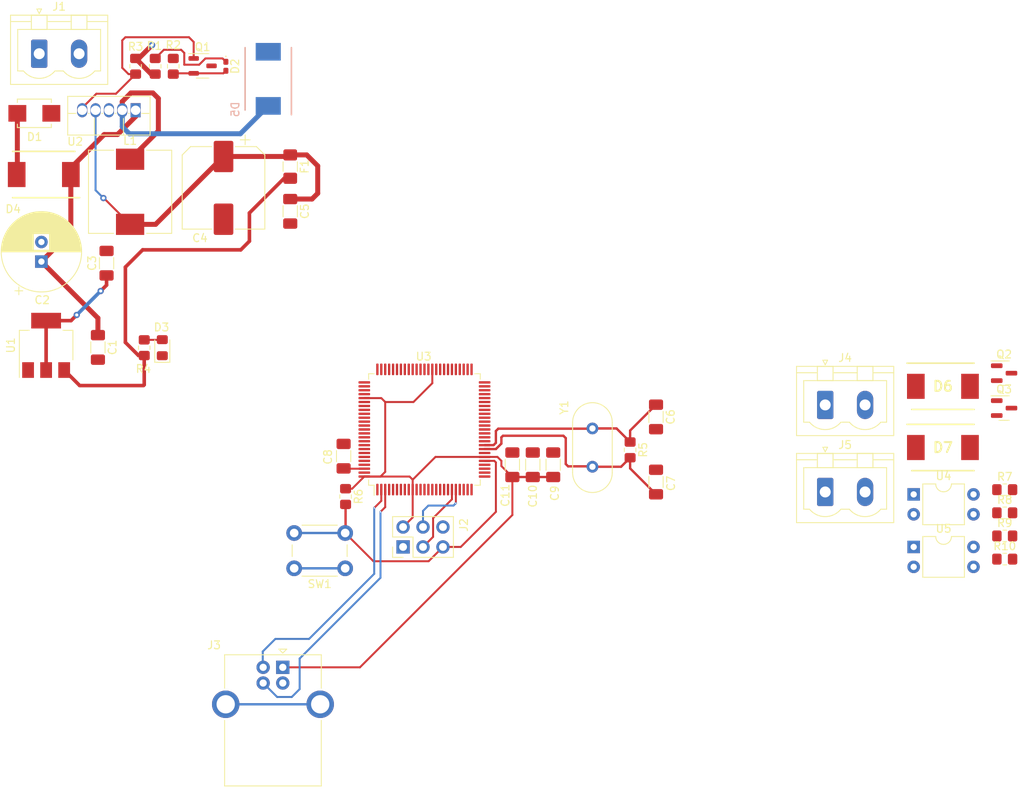
<source format=kicad_pcb>
(kicad_pcb (version 20221018) (generator pcbnew)
  (layers (0 "F.Cu" signal) (31 "B.Cu" signal) (34 "B.Paste" user) (35 "F.Paste" user) (36 "B.SilkS" user "B.Silkscreen") (37 "F.SilkS" user "F.Silkscreen") (38 "B.Mask" user) (39 "F.Mask" user) (44 "Edge.Cuts" user))
  (net 0 "")
  (net 1 "+12V")
  (net 2 "GND")
  (net 3 "+3.3V")
  (net 4 "Net-(U2-FB)")
  (net 5 "Net-(D2-K)")
  (net 6 "Net-(D2-A)")
  (net 7 "Net-(D3-A)")
  (net 8 "+5V")
  (net 9 "ON{slash}OFF")
  (net 10 "Net-(D5-K)")
  (net 11 "Net-(D4-K)")
  (net 12 "Net-(U3-XTAL1)")
  (net 13 "Net-(U3-XTAL2)")
  (net 14 "Net-(U3-AREF)")
  (net 15 "MISO_5V")
  (net 16 "SCK")
  (net 17 "MOSI")
  (net 18 "RST")
  (net 19 "PROG_RX0")
  (net 20 "PROG_TX0")
  (net 21 "unconnected-(J3-Shield-Pad5)")
  (net 37 "MISO")
  (net 63 "+12VA")
  (net 64 "Net-(D6-A)")
  (net 104 "Net-(D7-A)")
  (net 105 "Net-(Q2-B)")
  (net 106 "GND1")
  (net 107 "Net-(Q3-B)")
  (net 108 "/ATMEGA2560/Relay_1")
  (net 109 "Net-(R7-Pad2)")
  (net 110 "Net-(R8-Pad1)")
  (net 111 "/ATMEGA2560/Relay_2")
  (net 112 "Net-(R9-Pad2)")
  (net 113 "Net-(R10-Pad1)")
  (footprint "Capacitor_SMD:C_1206_3216Metric_Pad1.33x1.80mm_HandSolder" (layer "F.Cu") (at 146 97 -90)
    (fp_text reference "C11" (at 3.9 0.9 90) (layer "F.SilkS"))
    (fp_text value "104")
    (pad "1" smd roundrect (at -1.5625 0 270) (size 1.325 1.8) (layers "F.Cu" "F.Paste" "F.Mask") (roundrect_rratio 0.188679) (net 2 "GND"))
    (pad "2" smd roundrect (at 1.5625 0 270) (size 1.325 1.8) (layers "F.Cu" "F.Paste" "F.Mask") (roundrect_rratio 0.188679) (net 8 "+5V"))
  )
  (footprint "Connector_Phoenix_MSTB:PhoenixContact_MSTBVA_2,5_2-G-5,08_1x02_P5.08mm_Vertical" (layer "F.Cu") (at 185.855 100.465)
    (fp_text reference "J5" (at 2.54 -6) (layer "F.SilkS"))
    (fp_text value "Screw")
    (pad "1" thru_hole roundrect (at 0 0) (size 2.08 3.6) (drill 1.4) (layers "*.Cu" "*.Mask") (roundrect_rratio 0.120192) (net 104 "Net-(D7-A)"))
    (pad "2" thru_hole oval (at 5.08 0) (size 2.08 3.6) (drill 1.4) (layers "*.Cu" "*.Mask") (net 63 "+12VA"))
  )
  (footprint "Capacitor_SMD:C_1206_3216Metric_Pad1.33x1.80mm_HandSolder" (layer "F.Cu") (at 124.5 95.9 90)
    (fp_text reference "C8" (at -0.1 -2 90) (layer "F.SilkS"))
    (fp_text value "104")
    (pad "1" smd roundrect (at -1.5625 0 90) (size 1.325 1.8) (layers "F.Cu" "F.Paste" "F.Mask") (roundrect_rratio 0.188679) (net 14 "Net-(U3-AREF)"))
    (pad "2" smd roundrect (at 1.5625 0 90) (size 1.325 1.8) (layers "F.Cu" "F.Paste" "F.Mask") (roundrect_rratio 0.188679) (net 2 "GND"))
  )
  (footprint "Resistor_SMD:R_0805_2012Metric_Pad1.20x1.40mm_HandSolder" (layer "F.Cu") (at 208.725 103.125)
    (fp_text reference "R8" (at 0 -1.65) (layer "F.SilkS"))
    (fp_text value "1k")
    (pad "1" smd roundrect (at -1 0) (size 1.2 1.4) (layers "F.Cu" "F.Paste" "F.Mask") (roundrect_rratio 0.208333) (net 110 "Net-(R8-Pad1)"))
    (pad "2" smd roundrect (at 1 0) (size 1.2 1.4) (layers "F.Cu" "F.Paste" "F.Mask") (roundrect_rratio 0.208333) (net 105 "Net-(Q2-B)"))
  )
  (footprint "Diode_SMD:D_0402_1005Metric_Pad0.77x0.64mm_HandSolder" (layer "F.Cu") (at 109.5 46.2 -90)
    (fp_text reference "D2" (at 0 -1.17 90) (layer "F.SilkS"))
    (fp_text value "7.5V")
    (pad "1" smd roundrect (at -0.5725 0 270) (size 0.765 0.64) (layers "F.Cu" "F.Paste" "F.Mask") (net 5 "Net-(D2-K)"))
    (pad "2" smd roundrect (at 0.5725 0 270) (size 0.765 0.64) (layers "F.Cu" "F.Paste" "F.Mask") (net 6 "Net-(D2-A)"))
  )
  (footprint "Resistor_SMD:R_0805_2012Metric_Pad1.20x1.40mm_HandSolder" (layer "F.Cu") (at 100.5 46.2 90)
    (fp_text reference "R1" (at 2.6 -0.1 180) (layer "F.SilkS"))
    (fp_text value "10k")
    (pad "1" smd roundrect (at -1 0 90) (size 1.2 1.4) (layers "F.Cu" "F.Paste" "F.Mask") (roundrect_rratio 0.208333) (net 1 "+12V"))
    (pad "2" smd roundrect (at 1 0 90) (size 1.2 1.4) (layers "F.Cu" "F.Paste" "F.Mask") (roundrect_rratio 0.208333) (net 5 "Net-(D2-K)"))
  )
  (footprint "Inductor_SMD:L_10.4x10.4_H4.8" (layer "F.Cu") (at 97.3 62.2 -90)
    (fp_text reference "L1" (at -6.5 0) (layer "F.SilkS"))
    (fp_text value "68uH")
    (pad "1" smd rect (at -4.15 0 270) (size 2.7 3.6) (layers "F.Cu" "F.Paste" "F.Mask") (net 10 "Net-(D5-K)"))
    (pad "2" smd rect (at 4.15 0 270) (size 2.7 3.6) (layers "F.Cu" "F.Paste" "F.Mask") (net 4 "Net-(U2-FB)"))
  )
  (footprint "Resistor_SMD:R_0805_2012Metric_Pad1.20x1.40mm_HandSolder" (layer "F.Cu") (at 98 46.2 -90)
    (fp_text reference "R3" (at -2.5 0) (layer "F.SilkS"))
    (fp_text value "47k")
    (pad "1" smd roundrect (at -1 0 270) (size 1.2 1.4) (layers "F.Cu" "F.Paste" "F.Mask") (roundrect_rratio 0.208333) (net 1 "+12V"))
    (pad "2" smd roundrect (at 1 0 270) (size 1.2 1.4) (layers "F.Cu" "F.Paste" "F.Mask") (roundrect_rratio 0.208333) (net 9 "ON{slash}OFF"))
  )
  (footprint "Capacitor_SMD:C_1206_3216Metric_Pad1.33x1.80mm_HandSolder" (layer "F.Cu") (at 164.3 90.9 -90)
    (fp_text reference "C6" (at 0 -1.85 90) (layer "F.SilkS"))
    (fp_text value "22pF")
    (pad "1" smd roundrect (at -1.5625 0 270) (size 1.325 1.8) (layers "F.Cu" "F.Paste" "F.Mask") (roundrect_rratio 0.188679) (net 12 "Net-(U3-XTAL1)"))
    (pad "2" smd roundrect (at 1.5625 0 270) (size 1.325 1.8) (layers "F.Cu" "F.Paste" "F.Mask") (roundrect_rratio 0.188679) (net 2 "GND"))
  )
  (footprint "Package_TO_SOT_SMD:SOT-223-3_TabPin2" (layer "F.Cu") (at 86.6 81.775 90)
    (fp_text reference "U1" (at 0 -4.5 90) (layer "F.SilkS"))
    (fp_text value "AMS1117-3.3")
    (pad "1" smd rect (at -3.15 -2.3 90) (size 2 1.5) (layers "F.Cu" "F.Paste" "F.Mask") (net 2 "GND"))
    (pad "2" smd rect (at -3.15 0 90) (size 2 1.5) (layers "F.Cu" "F.Paste" "F.Mask") (net 3 "+3.3V"))
    (pad "2" smd rect (at 3.15 0 90) (size 2 3.8) (layers "F.Cu" "F.Paste" "F.Mask") (net 3 "+3.3V"))
    (pad "3" smd rect (at -3.15 2.3 90) (size 2 1.5) (layers "F.Cu" "F.Paste" "F.Mask") (net 8 "+5V"))
  )
  (footprint "Capacitor_SMD:C_1206_3216Metric_Pad1.33x1.80mm_HandSolder" (layer "F.Cu") (at 151.2 97 -90)
    (fp_text reference "C9" (at 3.6375 -0.2 90) (layer "F.SilkS"))
    (fp_text value "104")
    (pad "1" smd roundrect (at -1.5625 0 270) (size 1.325 1.8) (layers "F.Cu" "F.Paste" "F.Mask") (roundrect_rratio 0.188679) (net 2 "GND"))
    (pad "2" smd roundrect (at 1.5625 0 270) (size 1.325 1.8) (layers "F.Cu" "F.Paste" "F.Mask") (roundrect_rratio 0.188679) (net 8 "+5V"))
  )
  (footprint "Package_TO_SOT_THT:TO-220F-5_Vertical" (layer "F.Cu") (at 98 51.805 180)
    (fp_text reference "U2" (at 7.7 -3.995) (layer "F.SilkS"))
    (fp_text value "LM2596T-5")
    (pad "1" thru_hole rect (at 0 0 180) (size 1.275 1.8) (drill 1.2) (layers "*.Cu" "*.Mask") (net 11 "Net-(D4-K)"))
    (pad "2" thru_hole oval (at 1.7 0 180) (size 1.275 1.8) (drill 1.2) (layers "*.Cu" "*.Mask") (net 10 "Net-(D5-K)"))
    (pad "3" thru_hole oval (at 3.4 0 180) (size 1.275 1.8) (drill 1.2) (layers "*.Cu" "*.Mask") (net 2 "GND"))
    (pad "4" thru_hole oval (at 5.1 0 180) (size 1.275 1.8) (drill 1.2) (layers "*.Cu" "*.Mask") (net 4 "Net-(U2-FB)"))
    (pad "5" thru_hole oval (at 6.8 0 180) (size 1.275 1.8) (drill 1.2) (layers "*.Cu" "*.Mask") (net 9 "ON{slash}OFF"))
  )
  (footprint "Resistor_SMD:R_0805_2012Metric_Pad1.20x1.40mm_HandSolder" (layer "F.Cu") (at 161 95.1 -90)
    (fp_text reference "R5" (at 0 -1.65 90) (layer "F.SilkS"))
    (fp_text value "10k")
    (pad "1" smd roundrect (at -1 0 270) (size 1.2 1.4) (layers "F.Cu" "F.Paste" "F.Mask") (roundrect_rratio 0.208333) (net 12 "Net-(U3-XTAL1)"))
    (pad "2" smd roundrect (at 1 0 270) (size 1.2 1.4) (layers "F.Cu" "F.Paste" "F.Mask") (roundrect_rratio 0.208333) (net 13 "Net-(U3-XTAL2)"))
  )
  (footprint "Crystal:Crystal_HC49-4H_Vertical" (layer "F.Cu") (at 156.2 97.25 90)
    (fp_text reference "Y1" (at 7.55 -3.6 90) (layer "F.SilkS"))
    (fp_text value "16MHz")
    (pad "1" thru_hole circle (at 0 0 90) (size 1.5 1.5) (drill 0.8) (layers "*.Cu" "*.Mask") (net 13 "Net-(U3-XTAL2)"))
    (pad "2" thru_hole circle (at 4.88 0 90) (size 1.5 1.5) (drill 0.8) (layers "*.Cu" "*.Mask") (net 12 "Net-(U3-XTAL1)"))
  )
  (footprint "LED_SMD:LED_0805_2012Metric_Pad1.15x1.40mm_HandSolder" (layer "F.Cu") (at 101.4 82.075 90)
    (fp_text reference "D3" (at 2.6 -0.1 180) (layer "F.SilkS"))
    (fp_text value "LED")
    (pad "1" smd roundrect (at -1.025 0 90) (size 1.15 1.4) (layers "F.Cu" "F.Paste" "F.Mask") (roundrect_rratio 0.217391) (net 2 "GND"))
    (pad "2" smd roundrect (at 1.025 0 90) (size 1.15 1.4) (layers "F.Cu" "F.Paste" "F.Mask") (roundrect_rratio 0.217391) (net 7 "Net-(D3-A)"))
  )
  (footprint "Button_Switch_THT:SW_PUSH_6mm" (layer "F.Cu") (at 124.7 110.2 180)
    (fp_text reference "SW1" (at 3.25 -2) (layer "F.SilkS"))
    (fp_text value "~")
    (pad "1" thru_hole circle (at 0 0 270) (size 2 2) (drill 1.1) (layers "*.Cu" "*.Mask") (net 2 "GND"))
    (pad "1" thru_hole circle (at 6.5 0 270) (size 2 2) (drill 1.1) (layers "*.Cu" "*.Mask") (net 2 "GND"))
    (pad "2" thru_hole circle (at 0 4.5 270) (size 2 2) (drill 1.1) (layers "*.Cu" "*.Mask") (net 18 "RST"))
    (pad "2" thru_hole circle (at 6.5 4.5 270) (size 2 2) (drill 1.1) (layers "*.Cu" "*.Mask") (net 18 "RST"))
  )
  (footprint "Capacitor_SMD:C_1206_3216Metric_Pad1.33x1.80mm_HandSolder" (layer "F.Cu") (at 148.6 97 -90)
    (fp_text reference "C10" (at 4 0 90) (layer "F.SilkS"))
    (fp_text value "104")
    (pad "1" smd roundrect (at -1.5625 0 270) (size 1.325 1.8) (layers "F.Cu" "F.Paste" "F.Mask") (roundrect_rratio 0.188679) (net 2 "GND"))
    (pad "2" smd roundrect (at 1.5625 0 270) (size 1.325 1.8) (layers "F.Cu" "F.Paste" "F.Mask") (roundrect_rratio 0.188679) (net 8 "+5V"))
  )
  (footprint "Resistor_SMD:R_0805_2012Metric_Pad1.20x1.40mm_HandSolder" (layer "F.Cu") (at 99.1 82.075 90)
    (fp_text reference "R4" (at -2.7 -0.1) (layer "F.SilkS"))
    (fp_text value "100ohm")
    (pad "1" smd roundrect (at -1 0 90) (size 1.2 1.4) (layers "F.Cu" "F.Paste" "F.Mask") (roundrect_rratio 0.208333) (net 8 "+5V"))
    (pad "2" smd roundrect (at 1 0 90) (size 1.2 1.4) (layers "F.Cu" "F.Paste" "F.Mask") (roundrect_rratio 0.208333) (net 7 "Net-(D3-A)"))
  )
  (footprint "Resistor_SMD:R_0805_2012Metric_Pad1.20x1.40mm_HandSolder" (layer "F.Cu") (at 102.8 46.2 90)
    (fp_text reference "R2" (at 2.7 0 180) (layer "F.SilkS"))
    (fp_text value "10k")
    (pad "1" smd roundrect (at -1 0 90) (size 1.2 1.4) (layers "F.Cu" "F.Paste" "F.Mask") (roundrect_rratio 0.208333) (net 6 "Net-(D2-A)"))
    (pad "2" smd roundrect (at 1 0 90) (size 1.2 1.4) (layers "F.Cu" "F.Paste" "F.Mask") (roundrect_rratio 0.208333) (net 2 "GND"))
  )
  (footprint "KiCad:DIOM8059X256N" (layer "F.Cu") (at 200.85 87)
    (fp_text reference "D6" (at 0 0) (layer "F.SilkS") (effects (font (size 1.27 1.27) (thickness 0.254))))
    (fp_text value "~" hide)
    (pad "1" smd rect (at -3.45 0) (size 2.25 3.2) (layers "F.Cu" "F.Paste" "F.Mask") (net 63 "+12VA"))
    (pad "2" smd rect (at 3.45 0) (size 2.25 3.2) (layers "F.Cu" "F.Paste" "F.Mask") (net 64 "Net-(D6-A)"))
  )
  (footprint "Fuse:Fuse_1206_3216Metric_Pad1.42x1.75mm_HandSolder" (layer "F.Cu") (at 117.7 58.9875 -90)
    (fp_text reference "F1" (at 0 -1.82 90) (layer "F.SilkS"))
    (fp_text value "PPTC")
    (pad "1" smd roundrect (at -1.4875 0 270) (size 1.425 1.75) (layers "F.Cu" "F.Paste" "F.Mask") (roundrect_rratio 0.175439) (net 4 "Net-(U2-FB)"))
    (pad "2" smd roundrect (at 1.4875 0 270) (size 1.425 1.75) (layers "F.Cu" "F.Paste" "F.Mask") (roundrect_rratio 0.175439) (net 8 "+5V"))
  )
  (footprint "KiCad:DIOM8059X256N" (layer "F.Cu") (at 86.3 60 180)
    (fp_text reference "D4" (at 3.9 -4.4) (layer "F.SilkS"))
    (fp_text value "~" hide)
    (pad "1" smd rect (at -3.45 0 180) (size 2.25 3.2) (layers "F.Cu" "F.Paste" "F.Mask") (net 11 "Net-(D4-K)"))
    (pad "2" smd rect (at 3.45 0 180) (size 2.25 3.2) (layers "F.Cu" "F.Paste" "F.Mask") (net 1 "+12V"))
  )
  (footprint "Package_TO_SOT_SMD:SOT-23-3" (layer "F.Cu") (at 106.5375 46.15)
    (fp_text reference "Q1" (at 0 -2.4) (layer "F.SilkS"))
    (fp_text value "BC547")
    (pad "1" smd roundrect (at -1.1375 -0.95) (size 1.325 0.6) (layers "F.Cu" "F.Paste" "F.Mask") (net 9 "ON{slash}OFF"))
    (pad "2" smd roundrect (at -1.1375 0.95) (size 1.325 0.6) (layers "F.Cu" "F.Paste" "F.Mask") (net 6 "Net-(D2-A)"))
    (pad "3" smd roundrect (at 1.1375 0) (size 1.325 0.6) (layers "F.Cu" "F.Paste" "F.Mask") (net 2 "GND"))
  )
  (footprint "Resistor_SMD:R_0805_2012Metric_Pad1.20x1.40mm_HandSolder" (layer "F.Cu") (at 208.725 106.075)
    (fp_text reference "R9" (at 0 -1.65) (layer "F.SilkS"))
    (fp_text value "1k")
    (pad "1" smd roundrect (at -1 0) (size 1.2 1.4) (layers "F.Cu" "F.Paste" "F.Mask") (roundrect_rratio 0.208333) (net 111 "/ATMEGA2560/Relay_2"))
    (pad "2" smd roundrect (at 1 0) (size 1.2 1.4) (layers "F.Cu" "F.Paste" "F.Mask") (roundrect_rratio 0.208333) (net 112 "Net-(R9-Pad2)"))
  )
  (footprint "Connector_Phoenix_MSTB:PhoenixContact_MSTBVA_2,5_2-G-5,08_1x02_P5.08mm_Vertical" (layer "F.Cu") (at 85.72 44.6)
    (fp_text reference "J1" (at 2.54 -6) (layer "F.SilkS"))
    (fp_text value "From Mains")
    (pad "1" thru_hole roundrect (at 0 0) (size 2.08 3.6) (drill 1.4) (layers "*.Cu" "*.Mask") (roundrect_rratio 0.120192) (net 2 "GND"))
    (pad "2" thru_hole oval (at 5.08 0) (size 2.08 3.6) (drill 1.4) (layers "*.Cu" "*.Mask") (net 1 "+12V"))
  )
  (footprint "Package_QFP:TQFP-100_14x14mm_P0.5mm" (layer "F.Cu") (at 134.8 92.5 90)
    (fp_text reference "U3" (at 9.3 -0.1 180) (layer "F.SilkS"))
    (fp_text value "ATmega2560-16A")
    (pad "1" smd roundrect (at -7.6625 -6 90) (size 1.475 0.3) (layers "F.Cu" "F.Paste" "F.Mask"))
    (pad "2" smd roundrect (at -7.6625 -5.5 90) (size 1.475 0.3) (layers "F.Cu" "F.Paste" "F.Mask") (net 19 "PROG_RX0"))
    (pad "3" smd roundrect (at -7.6625 -5 90) (size 1.475 0.3) (layers "F.Cu" "F.Paste" "F.Mask") (net 20 "PROG_TX0"))
    (pad "4" smd roundrect (at -7.6625 -4.5 90) (size 1.475 0.3) (layers "F.Cu" "F.Paste" "F.Mask"))
    (pad "5" smd roundrect (at -7.6625 -4 90) (size 1.475 0.3) (layers "F.Cu" "F.Paste" "F.Mask"))
    (pad "6" smd roundrect (at -7.6625 -3.5 90) (size 1.475 0.3) (layers "F.Cu" "F.Paste" "F.Mask"))
    (pad "7" smd roundrect (at -7.6625 -3 90) (size 1.475 0.3) (layers "F.Cu" "F.Paste" "F.Mask"))
    (pad "8" smd roundrect (at -7.6625 -2.5 90) (size 1.475 0.3) (layers "F.Cu" "F.Paste" "F.Mask"))
    (pad "9" smd roundrect (at -7.6625 -2 90) (size 1.475 0.3) (layers "F.Cu" "F.Paste" "F.Mask"))
    (pad "10" smd roundrect (at -7.6625 -1.5 90) (size 1.475 0.3) (layers "F.Cu" "F.Paste" "F.Mask") (net 8 "+5V"))
    (pad "11" smd roundrect (at -7.6625 -1 90) (size 1.475 0.3) (layers "F.Cu" "F.Paste" "F.Mask") (net 2 "GND"))
    (pad "12" smd roundrect (at -7.6625 -0.5 90) (size 1.475 0.3) (layers "F.Cu" "F.Paste" "F.Mask"))
    (pad "13" smd roundrect (at -7.6625 0 90) (size 1.475 0.3) (layers "F.Cu" "F.Paste" "F.Mask"))
    (pad "14" smd roundrect (at -7.6625 0.5 90) (size 1.475 0.3) (layers "F.Cu" "F.Paste" "F.Mask"))
    (pad "15" smd roundrect (at -7.6625 1 90) (size 1.475 0.3) (layers "F.Cu" "F.Paste" "F.Mask"))
    (pad "16" smd roundrect (at -7.6625 1.5 90) (size 1.475 0.3) (layers "F.Cu" "F.Paste" "F.Mask"))
    (pad "17" smd roundrect (at -7.6625 2 90) (size 1.475 0.3) (layers "F.Cu" "F.Paste" "F.Mask"))
    (pad "18" smd roundrect (at -7.6625 2.5 90) (size 1.475 0.3) (layers "F.Cu" "F.Paste" "F.Mask"))
    (pad "19" smd roundrect (at -7.6625 3 90) (size 1.475 0.3) (layers "F.Cu" "F.Paste" "F.Mask"))
    (pad "20" smd roundrect (at -7.6625 3.5 90) (size 1.475 0.3) (layers "F.Cu" "F.Paste" "F.Mask") (net 16 "SCK"))
    (pad "21" smd roundrect (at -7.6625 4 90) (size 1.475 0.3) (layers "F.Cu" "F.Paste" "F.Mask") (net 17 "MOSI"))
    (pad "22" smd roundrect (at -7.6625 4.5 90) (size 1.475 0.3) (layers "F.Cu" "F.Paste" "F.Mask") (net 37 "MISO"))
    (pad "23" smd roundrect (at -7.6625 5 90) (size 1.475 0.3) (layers "F.Cu" "F.Paste" "F.Mask"))
    (pad "24" smd roundrect (at -7.6625 5.5 90) (size 1.475 0.3) (layers "F.Cu" "F.Paste" "F.Mask"))
    (pad "25" smd roundrect (at -7.6625 6 90) (size 1.475 0.3) (layers "F.Cu" "F.Paste" "F.Mask"))
    (pad "26" smd roundrect (at -6 7.6625 90) (size 0.3 1.475) (layers "F.Cu" "F.Paste" "F.Mask"))
    (pad "27" smd roundrect (at -5.5 7.6625 90) (size 0.3 1.475) (layers "F.Cu" "F.Paste" "F.Mask"))
    (pad "28" smd roundrect (at -5 7.6625 90) (size 0.3 1.475) (layers "F.Cu" "F.Paste" "F.Mask"))
    (pad "29" smd roundrect (at -4.5 7.6625 90) (size 0.3 1.475) (layers "F.Cu" "F.Paste" "F.Mask"))
    (pad "30" smd roundrect (at -4 7.6625 90) (size 0.3 1.475) (layers "F.Cu" "F.Paste" "F.Mask") (net 18 "RST"))
    (pad "31" smd roundrect (at -3.5 7.6625 90) (size 0.3 1.475) (layers "F.Cu" "F.Paste" "F.Mask") (net 8 "+5V"))
    (pad "32" smd roundrect (at -3 7.6625 90) (size 0.3 1.475) (layers "F.Cu" "F.Paste" "F.Mask") (net 2 "GND"))
    (pad "33" smd roundrect (at -2.5 7.6625 90) (size 0.3 1.475) (layers "F.Cu" "F.Paste" "F.Mask") (net 13 "Net-(U3-XTAL2)"))
    (pad "34" smd roundrect (at -2 7.6625 90) (size 0.3 1.475) (layers "F.Cu" "F.Paste" "F.Mask") (net 12 "Net-(U3-XTAL1)"))
    (pad "35" smd roundrect (at -1.5 7.6625 90) (size 0.3 1.475) (layers "F.Cu" "F.Paste" "F.Mask"))
    (pad "36" smd roundrect (at -1 7.6625 90) (size 0.3 1.475) (layers "F.Cu" "F.Paste" "F.Mask"))
    (pad "37" smd roundrect (at -0.5 7.6625 90) (size 0.3 1.475) (layers "F.Cu" "F.Paste" "F.Mask"))
    (pad "38" smd roundrect (at 0 7.6625 90) (size 0.3 1.475) (layers "F.Cu" "F.Paste" "F.Mask"))
    (pad "39" smd roundrect (at 0.5 7.6625 90) (size 0.3 1.475) (layers "F.Cu" "F.Paste" "F.Mask"))
    (pad "40" smd roundrect (at 1 7.6625 90) (size 0.3 1.475) (layers "F.Cu" "F.Paste" "F.Mask"))
    (pad "41" smd roundrect (at 1.5 7.6625 90) (size 0.3 1.475) (layers "F.Cu" "F.Paste" "F.Mask"))
    (pad "42" smd roundrect (at 2 7.6625 90) (size 0.3 1.475) (layers "F.Cu" "F.Paste" "F.Mask"))
    (pad "43" smd roundrect (at 2.5 7.6625 90) (size 0.3 1.475) (layers "F.Cu" "F.Paste" "F.Mask"))
    (pad "44" smd roundrect (at 3 7.6625 90) (size 0.3 1.475) (layers "F.Cu" "F.Paste" "F.Mask"))
    (pad "45" smd roundrect (at 3.5 7.6625 90) (size 0.3 1.475) (layers "F.Cu" "F.Paste" "F.Mask"))
    (pad "46" smd roundrect (at 4 7.6625 90) (size 0.3 1.475) (layers "F.Cu" "F.Paste" "F.Mask"))
    (pad "47" smd roundrect (at 4.5 7.6625 90) (size 0.3 1.475) (layers "F.Cu" "F.Paste" "F.Mask"))
    (pad "48" smd roundrect (at 5 7.6625 90) (size 0.3 1.475) (layers "F.Cu" "F.Paste" "F.Mask"))
    (pad "49" smd roundrect (at 5.5 7.6625 90) (size 0.3 1.475) (layers "F.Cu" "F.Paste" "F.Mask"))
    (pad "50" smd roundrect (at 6 7.6625 90) (size 0.3 1.475) (layers "F.Cu" "F.Paste" "F.Mask"))
    (pad "51" smd roundrect (at 7.6625 6 90) (size 1.475 0.3) (layers "F.Cu" "F.Paste" "F.Mask"))
    (pad "52" smd roundrect (at 7.6625 5.5 90) (size 1.475 0.3) (layers "F.Cu" "F.Paste" "F.Mask"))
    (pad "53" smd roundrect (at 7.6625 5 90) (size 1.475 0.3) (layers "F.Cu" "F.Paste" "F.Mask") (net 108 "/ATMEGA2560/Relay_1"))
    (pad "54" smd roundrect (at 7.6625 4.5 90) (size 1.475 0.3) (layers "F.Cu" "F.Paste" "F.Mask") (net 111 "/ATMEGA2560/Relay_2"))
    (pad "55" smd roundrect (at 7.6625 4 90) (size 1.475 0.3) (layers "F.Cu" "F.Paste" "F.Mask"))
    (pad "56" smd roundrect (at 7.6625 3.5 90) (size 1.475 0.3) (layers "F.Cu" "F.Paste" "F.Mask"))
    (pad "57" smd roundrect (at 7.6625 3 90) (size 1.475 0.3) (layers "F.Cu" "F.Paste" "F.Mask"))
    (pad "58" smd roundrect (at 7.6625 2.5 90) (size 1.475 0.3) (layers "F.Cu" "F.Paste" "F.Mask"))
    (pad "59" smd roundrect (at 7.6625 2 90) (size 1.475 0.3) (layers "F.Cu" "F.Paste" "F.Mask"))
    (pad "60" smd roundrect (at 7.6625 1.5 90) (size 1.475 0.3) (layers "F.Cu" "F.Paste" "F.Mask"))
    (pad "61" smd roundrect (at 7.6625 1 90) (size 1.475 0.3) (layers "F.Cu" "F.Paste" "F.Mask") (net 8 "+5V"))
    (pad "62" smd roundrect (at 7.6625 0.5 90) (size 1.475 0.3) (layers "F.Cu" "F.Paste" "F.Mask") (net 2 "GND"))
    (pad "63" smd roundrect (at 7.6625 0 90) (size 1.475 0.3) (layers "F.Cu" "F.Paste" "F.Mask"))
    (pad "64" smd roundrect (at 7.6625 -0.5 90) (size 1.475 0.3) (layers "F.Cu" "F.Paste" "F.Mask"))
    (pad "65" smd roundrect (at 7.6625 -1 90) (size 1.475 0.3) (layers "F.Cu" "F.Paste" "F.Mask"))
    (pad "66" smd roundrect (at 7.6625 -1.5 90) (size 1.475 0.3) (layers "F.Cu" "F.Paste" "F.Mask"))
    (pad "67" smd roundrect (at 7.6625 -2 90) (size 1.475 0.3) (layers "F.Cu" "F.Paste" "F.Mask"))
    (pad "68" smd roundrect (at 7.6625 -2.5 90) (size 1.475 0.3) (layers "F.Cu" "F.Paste" "F.Mask"))
    (pad "69" smd roundrect (at 7.6625 -3 90) (size 1.475 0.3) (layers "F.Cu" "F.Paste" "F.Mask"))
    (pad "70" smd roundrect (at 7.6625 -3.5 90) (size 1.475 0.3) (layers "F.Cu" "F.Paste" "F.Mask"))
    (pad "71" smd roundrect (at 7.6625 -4 90) (size 1.475 0.3) (layers "F.Cu" "F.Paste" "F.Mask"))
    (pad "72" smd roundrect (at 7.6625 -4.5 90) (size 1.475 0.3) (layers "F.Cu" "F.Paste" "F.Mask"))
    (pad "73" smd roundrect (at 7.6625 -5 90) (size 1.475 0.3) (layers "F.Cu" "F.Paste" "F.Mask"))
    (pad "74" smd roundrect (at 7.6625 -5.5 90) (size 1.475 0.3) (layers "F.Cu" "F.Paste" "F.Mask"))
    (pad "75" smd roundrect (at 7.6625 -6 90) (size 1.475 0.3) (layers "F.Cu" "F.Paste" "F.Mask"))
    (pad "76" smd roundrect (at 6 -7.6625 90) (size 0.3 1.475) (layers "F.Cu" "F.Paste" "F.Mask"))
    (pad "77" smd roundrect (at 5.5 -7.6625 90) (size 0.3 1.475) (layers "F.Cu" "F.Paste" "F.Mask"))
    (pad "78" smd roundrect (at 5 -7.6625 90) (size 0.3 1.475) (layers "F.Cu" "F.Paste" "F.Mask"))
    (pad "79" smd roundrect (at 4.5 -7.6625 90) (size 0.3 1.475) (layers "F.Cu" "F.Paste" "F.Mask"))
    (pad "80" smd roundrect (at 4 -7.6625 90) (size 0.3 1.475) (layers "F.Cu" "F.Paste" "F.Mask") (net 8 "+5V"))
    (pad "81" smd roundrect (at 3.5 -7.6625 90) (size 0.3 1.475) (layers "F.Cu" "F.Paste" "F.Mask") (net 2 "GND"))
    (pad "82" smd roundrect (at 3 -7.6625 90) (size 0.3 1.475) (layers "F.Cu" "F.Paste" "F.Mask"))
    (pad "83" smd roundrect (at 2.5 -7.6625 90) (size 0.3 1.475) (layers "F.Cu" "F.Paste" "F.Mask"))
    (pad "84" smd roundrect (at 2 -7.6625 90) (size 0.3 1.475) (layers "F.Cu" "F.Paste" "F.Mask"))
    (pad "85" smd roundrect (at 1.5 -7.6625 90) (size 0.3 1.475) (layers "F.Cu" "F.Paste" "F.Mask"))
    (pad "86" smd roundrect (at 1 -7.6625 90) (size 0.3 1.475) (layers "F.Cu" "F.Paste" "F.Mask"))
    (pad "87" smd roundrect (at 0.5 -7.6625 90) (size 0.3 1.475) (layers "F.Cu" "F.Paste" "F.Mask"))
    (pad "88" smd roundrect (at 0 -7.6625 90) (size 0.3 1.475) (layers "F.Cu" "F.Paste" "F.Mask"))
    (pad "89" smd roundrect (at -0.5 -7.6625 90) (size 0.3 1.475) (layers "F.Cu" "F.Paste" "F.Mask"))
    (pad "90" smd roundrect (at -1 -7.6625 90) (size 0.3 1.475) (layers "F.Cu" "F.Paste" "F.Mask"))
    (pad "91" smd roundrect (at -1.5 -7.6625 90) (size 0.3 1.475) (layers "F.Cu" "F.Paste" "F.Mask"))
    (pad "92" smd roundrect (at -2 -7.6625 90) (size 0.3 1.475) (layers "F.Cu" "F.Paste" "F.Mask"))
    (pad "93" smd roundrect (at -2.5 -7.6625 90) (size 0.3 1.475) (layers "F.Cu" "F.Paste" "F.Mask"))
    (pad "94" smd roundrect (at -3 -7.6625 90) (size 0.3 1.475) (layers "F.Cu" "F.Paste" "F.Mask"))
    (pad "95" smd roundrect (at -3.5 -7.6625 90) (size 0.3 1.475) (layers "F.Cu" "F.Paste" "F.Mask"))
    (pad "96" smd roundrect (at -4 -7.6625 90) (size 0.3 1.475) (layers "F.Cu" "F.Paste" "F.Mask"))
    (pad "97" smd roundrect (at -4.5 -7.6625 90) (size 0.3 1.475) (layers "F.Cu" "F.Paste" "F.Mask"))
    (pad "98" smd roundrect (at -5 -7.6625 90) (size 0.3 1.475) (layers "F.Cu" "F.Paste" "F.Mask") (net 14 "Net-(U3-AREF)"))
    (pad "99" smd roundrect (at -5.5 -7.6625 90) (size 0.3 1.475) (layers "F.Cu" "F.Paste" "F.Mask") (net 2 "GND"))
    (pad "100" smd roundrect (at -6 -7.6625 90) (size 0.3 1.475) (layers "F.Cu" "F.Paste" "F.Mask") (net 8 "+5V"))
  )
  (footprint "Capacitor_SMD:C_1206_3216Metric_Pad1.33x1.80mm_HandSolder" (layer "F.Cu") (at 94.3 71.3 90)
    (fp_text reference "C3" (at 0 -1.85 90) (layer "F.SilkS"))
    (fp_text value "10uF")
    (pad "1" smd roundrect (at -1.5625 0 90) (size 1.325 1.8) (layers "F.Cu" "F.Paste" "F.Mask") (roundrect_rratio 0.188679) (net 3 "+3.3V"))
    (pad "2" smd roundrect (at 1.5625 0 90) (size 1.325 1.8) (layers "F.Cu" "F.Paste" "F.Mask") (roundrect_rratio 0.188679) (net 2 "GND"))
  )
  (footprint "SMBJ12CA:DIOM4336X265N" (layer "F.Cu") (at 85.1 52.2)
    (fp_text reference "D1" (at 0.035 3) (layer "F.SilkS"))
    (fp_text value "SMBJ12CA")
    (pad "1" smd rect (at -2.165 0) (size 2.28 2.12) (layers "F.Cu" "F.Paste" "F.Mask") (net 1 "+12V"))
    (pad "2" smd rect (at 2.165 0) (size 2.28 2.12) (layers "F.Cu" "F.Paste" "F.Mask") (net 2 "GND"))
  )
  (footprint "Resistor_SMD:R_0805_2012Metric_Pad1.20x1.40mm_HandSolder" (layer "F.Cu") (at 124.75 101.05 -90)
    (fp_text reference "R6" (at 0 -1.65 90) (layer "F.SilkS"))
    (fp_text value "10k")
    (pad "1" smd roundrect (at -1 0 270) (size 1.2 1.4) (layers "F.Cu" "F.Paste" "F.Mask") (roundrect_rratio 0.208333) (net 8 "+5V"))
    (pad "2" smd roundrect (at 1 0 270) (size 1.2 1.4) (layers "F.Cu" "F.Paste" "F.Mask") (roundrect_rratio 0.208333) (net 18 "RST"))
  )
  (footprint "KiCad:DIOM8059X256N" (layer "F.Cu") (at 200.85 94.8)
    (fp_text reference "D7" (at 0 0) (layer "F.SilkS") (effects (font (size 1.27 1.27) (thickness 0.254))))
    (fp_text value "~" hide)
    (pad "1" smd rect (at -3.45 0) (size 2.25 3.2) (layers "F.Cu" "F.Paste" "F.Mask") (net 63 "+12VA"))
    (pad "2" smd rect (at 3.45 0) (size 2.25 3.2) (layers "F.Cu" "F.Paste" "F.Mask") (net 104 "Net-(D7-A)"))
  )
  (footprint "Package_TO_SOT_SMD:SOT-23" (layer "F.Cu") (at 208.645 89.775)
    (fp_text reference "Q3" (at 0 -2.4) (layer "F.SilkS"))
    (fp_text value "BC847")
    (pad "1" smd roundrect (at -0.9375 -0.95) (size 1.475 0.6) (layers "F.Cu" "F.Paste" "F.Mask") (net 107 "Net-(Q3-B)"))
    (pad "2" smd roundrect (at -0.9375 0.95) (size 1.475 0.6) (layers "F.Cu" "F.Paste" "F.Mask") (net 106 "GND1"))
    (pad "3" smd roundrect (at 0.9375 0) (size 1.475 0.6) (layers "F.Cu" "F.Paste" "F.Mask") (net 104 "Net-(D7-A)"))
  )
  (footprint "Capacitor_SMD:C_1206_3216Metric_Pad1.33x1.80mm_HandSolder" (layer "F.Cu") (at 164.3 99.2 90)
    (fp_text reference "C7" (at -0.17 1.9 90) (layer "F.SilkS"))
    (fp_text value "22pF")
    (pad "1" smd roundrect (at -1.5625 0 90) (size 1.325 1.8) (layers "F.Cu" "F.Paste" "F.Mask") (roundrect_rratio 0.188679) (net 13 "Net-(U3-XTAL2)"))
    (pad "2" smd roundrect (at 1.5625 0 90) (size 1.325 1.8) (layers "F.Cu" "F.Paste" "F.Mask") (roundrect_rratio 0.188679) (net 2 "GND"))
  )
  (footprint "Capacitor_SMD:C_1206_3216Metric_Pad1.33x1.80mm_HandSolder" (layer "F.Cu") (at 93.2 82.0375 -90)
    (fp_text reference "C1" (at 0 -1.85 90) (layer "F.SilkS"))
    (fp_text value "10uF")
    (pad "1" smd roundrect (at -1.5625 0 270) (size 1.325 1.8) (layers "F.Cu" "F.Paste" "F.Mask") (roundrect_rratio 0.188679) (net 11 "Net-(D4-K)"))
    (pad "2" smd roundrect (at 1.5625 0 270) (size 1.325 1.8) (layers "F.Cu" "F.Paste" "F.Mask") (roundrect_rratio 0.188679) (net 2 "GND"))
  )
  (footprint "Capacitor_SMD:CP_Elec_10x10" (layer "F.Cu") (at 109.2 61.7 -90)
    (fp_text reference "C4" (at 6.4 3 -180) (layer "F.SilkS"))
    (fp_text value "220uF")
    (pad "1" smd roundrect (at -4 0 270) (size 4 2.5) (layers "F.Cu" "F.Paste" "F.Mask") (roundrect_rratio 0.1) (net 4 "Net-(U2-FB)"))
    (pad "2" smd roundrect (at 4 0 270) (size 4 2.5) (layers "F.Cu" "F.Paste" "F.Mask") (roundrect_rratio 0.1) (net 2 "GND"))
  )
  (footprint "Resistor_SMD:R_0805_2012Metric_Pad1.20x1.40mm_HandSolder" (layer "F.Cu") (at 208.725 109.025)
    (fp_text reference "R10" (at 0 -1.65) (layer "F.SilkS"))
    (fp_text value "1k")
    (pad "1" smd roundrect (at -1 0) (size 1.2 1.4) (layers "F.Cu" "F.Paste" "F.Mask") (roundrect_rratio 0.208333) (net 113 "Net-(R10-Pad1)"))
    (pad "2" smd roundrect (at 1 0) (size 1.2 1.4) (layers "F.Cu" "F.Paste" "F.Mask") (roundrect_rratio 0.208333) (net 107 "Net-(Q3-B)"))
  )
  (footprint "Capacitor_THT:CP_Radial_D10.0mm_P2.50mm" (layer "F.Cu") (at 86 71.1 90)
    (fp_text reference "C2" (at -4.9 0.1 180) (layer "F.SilkS"))
    (fp_text value "470uF")
    (pad "1" thru_hole rect (at 0 0 90) (size 1.6 1.6) (drill 0.8) (layers "*.Cu" "*.Mask") (net 11 "Net-(D4-K)"))
    (pad "2" thru_hole circle (at 2.5 0 90) (size 1.6 1.6) (drill 0.8) (layers "*.Cu" "*.Mask") (net 2 "GND"))
  )
  (footprint "Package_DIP:DIP-4_W7.62mm" (layer "F.Cu") (at 197.125 107.475)
    (fp_text reference "U5" (at 3.81 -2.33) (layer "F.SilkS"))
    (fp_text value "PC817")
    (pad "1" thru_hole rect (at 0 0) (size 1.6 1.6) (drill 0.8) (layers "*.Cu" "*.Mask") (net 109 "Net-(R7-Pad2)"))
    (pad "2" thru_hole oval (at 0 2.54) (size 1.6 1.6) (drill 0.8) (layers "*.Cu" "*.Mask") (net 2 "GND"))
    (pad "3" thru_hole oval (at 7.62 2.54) (size 1.6 1.6) (drill 0.8) (layers "*.Cu" "*.Mask") (net 110 "Net-(R8-Pad1)"))
    (pad "4" thru_hole oval (at 7.62 0) (size 1.6 1.6) (drill 0.8) (layers "*.Cu" "*.Mask") (net 63 "+12VA"))
  )
  (footprint "Connector_USB:USB_B_OST_USB-B1HSxx_Horizontal" (layer "F.Cu") (at 116.75 122.8225 -90)
    (fp_text reference "J3" (at -2.8225 8.75) (layer "F.SilkS"))
    (fp_text value "USB_B")
    (pad "1" thru_hole rect (at 0 0 270) (size 1.7 1.7) (drill 0.92) (layers "*.Cu" "*.Mask") (net 8 "+5V"))
    (pad "2" thru_hole circle (at 0 2.5 270) (size 1.7 1.7) (drill 0.92) (layers "*.Cu" "*.Mask") (net 19 "PROG_RX0"))
    (pad "3" thru_hole circle (at 2 2.5 270) (size 1.7 1.7) (drill 0.92) (layers "*.Cu" "*.Mask") (net 20 "PROG_TX0"))
    (pad "4" thru_hole circle (at 2 0 270) (size 1.7 1.7) (drill 0.92) (layers "*.Cu" "*.Mask") (net 2 "GND"))
    (pad "5" thru_hole circle (at 4.71 -4.77 270) (size 3.5 3.5) (drill 2.33) (layers "*.Cu" "*.Mask") (net 21 "unconnected-(J3-Shield-Pad5)"))
    (pad "5" thru_hole circle (at 4.71 7.27 270) (size 3.5 3.5) (drill 2.33) (layers "*.Cu" "*.Mask") (net 21 "unconnected-(J3-Shield-Pad5)"))
  )
  (footprint "Package_DIP:DIP-4_W7.62mm" (layer "F.Cu") (at 197.125 100.775)
    (fp_text reference "U4" (at 3.81 -2.33) (layer "F.SilkS"))
    (fp_text value "PC817")
    (pad "1" thru_hole rect (at 0 0) (size 1.6 1.6) (drill 0.8) (layers "*.Cu" "*.Mask") (net 112 "Net-(R9-Pad2)"))
    (pad "2" thru_hole oval (at 0 2.54) (size 1.6 1.6) (drill 0.8) (layers "*.Cu" "*.Mask") (net 2 "GND"))
    (pad "3" thru_hole oval (at 7.62 2.54) (size 1.6 1.6) (drill 0.8) (layers "*.Cu" "*.Mask") (net 113 "Net-(R10-Pad1)"))
    (pad "4" thru_hole oval (at 7.62 0) (size 1.6 1.6) (drill 0.8) (layers "*.Cu" "*.Mask") (net 63 "+12VA"))
  )
  (footprint "Capacitor_SMD:C_1206_3216Metric_Pad1.33x1.80mm_HandSolder" (layer "F.Cu") (at 117.7 64.6875 -90)
    (fp_text reference "C5" (at 0 -1.85 90) (layer "F.SilkS"))
    (fp_text value "10uF")
    (pad "1" smd roundrect (at -1.5625 0 270) (size 1.325 1.8) (layers "F.Cu" "F.Paste" "F.Mask") (roundrect_rratio 0.188679) (net 4 "Net-(U2-FB)"))
    (pad "2" smd roundrect (at 1.5625 0 270) (size 1.325 1.8) (layers "F.Cu" "F.Paste" "F.Mask") (roundrect_rratio 0.188679) (net 2 "GND"))
  )
  (footprint "Connector_PinHeader_2.54mm:PinHeader_2x03_P2.54mm_Vertical" (layer "F.Cu") (at 132.075 107.475 90)
    (fp_text reference "J2" (at 2.8 7.74 90) (layer "F.SilkS"))
    (fp_text value "AVR-ISP-6")
    (pad "1" thru_hole rect (at 0 0 90) (size 1.7 1.7) (drill 1) (layers "*.Cu" "*.Mask") (net 15 "MISO_5V"))
    (pad "2" thru_hole oval (at 2.54 0 90) (size 1.7 1.7) (drill 1) (layers "*.Cu" "*.Mask") (net 8 "+5V"))
    (pad "3" thru_hole oval (at 0 2.54 90) (size 1.7 1.7) (drill 1) (layers "*.Cu" "*.Mask") (net 16 "SCK"))
    (pad "4" thru_hole oval (at 2.54 2.54 90) (size 1.7 1.7) (drill 1) (layers "*.Cu" "*.Mask") (net 17 "MOSI"))
    (pad "5" thru_hole oval (at 0 5.08 90) (size 1.7 1.7) (drill 1) (layers "*.Cu" "*.Mask") (net 18 "RST"))
    (pad "6" thru_hole oval (at 2.54 5.08 90) (size 1.7 1.7) (drill 1) (layers "*.Cu" "*.Mask") (net 2 "GND"))
  )
  (footprint "Package_TO_SOT_SMD:SOT-23" (layer "F.Cu") (at 208.645 85.325)
    (fp_text reference "Q2" (at 0 -2.4) (layer "F.SilkS"))
    (fp_text value "BC847")
    (pad "1" smd roundrect (at -0.9375 -0.95) (size 1.475 0.6) (layers "F.Cu" "F.Paste" "F.Mask") (net 105 "Net-(Q2-B)"))
    (pad "2" smd roundrect (at -0.9375 0.95) (size 1.475 0.6) (layers "F.Cu" "F.Paste" "F.Mask") (net 106 "GND1"))
    (pad "3" smd roundrect (at 0.9375 0) (size 1.475 0.6) (layers "F.Cu" "F.Paste" "F.Mask") (net 64 "Net-(D6-A)"))
  )
  (footprint "Resistor_SMD:R_0805_2012Metric_Pad1.20x1.40mm_HandSolder" (layer "F.Cu") (at 208.725 100.175)
    (fp_text reference "R7" (at 0 -1.65) (layer "F.SilkS"))
    (fp_text value "1k")
    (pad "1" smd roundrect (at -1 0) (size 1.2 1.4) (layers "F.Cu" "F.Paste" "F.Mask") (roundrect_rratio 0.208333) (net 108 "/ATMEGA2560/Relay_1"))
    (pad "2" smd roundrect (at 1 0) (size 1.2 1.4) (layers "F.Cu" "F.Paste" "F.Mask") (roundrect_rratio 0.208333) (net 109 "Net-(R7-Pad2)"))
  )
  (footprint "Connector_Phoenix_MSTB:PhoenixContact_MSTBVA_2,5_2-G-5,08_1x02_P5.08mm_Vertical" (layer "F.Cu") (at 185.855 89.37)
    (fp_text reference "J4" (at 2.54 -6) (layer "F.SilkS"))
    (fp_text value "Screw")
    (pad "1" thru_hole roundrect (at 0 0) (size 2.08 3.6) (drill 1.4) (layers "*.Cu" "*.Mask") (roundrect_rratio 0.120192) (net 64 "Net-(D6-A)"))
    (pad "2" thru_hole oval (at 5.08 0) (size 2.08 3.6) (drill 1.4) (layers "*.Cu" "*.Mask") (net 63 "+12VA"))
  )
  (footprint "KiCad:DIOM8059X256N" (layer "B.Cu") (at 114.9 47.8 90)
    (fp_text reference "D5" (at -3.9 -4.2 90) (layer "B.SilkS") (effects (justify mirror)))
    (fp_text value "~" hide)
    (pad "1" smd rect (at -3.45 0 90) (size 2.25 3.2) (layers "B.Cu" "B.Paste" "B.Mask") (net 10 "Net-(D5-K)"))
    (pad "2" smd rect (at 3.45 0 90) (size 2.25 3.2) (layers "B.Cu" "B.Paste" "B.Mask") (net 2 "GND"))
  )
  (segment (start 100 47.2) (end 100.5 47.2) (width 0.635) (layer "F.Cu") (net 1))
  (segment (start 82.935 59.915) (end 82.85 60) (width 0.635) (layer "F.Cu") (net 1))
  (segment (start 82.935 52.2) (end 82.935 59.915) (width 0.635) (layer "F.Cu") (net 1))
  (segment (start 98 45.2) (end 98.4 45.2) (width 0.635) (layer "F.Cu") (net 1))
  (segment (start 98 45.2) (end 100 47.2) (width 0.635) (layer "F.Cu") (net 1))
  (segment (start 98.4 45.2) (end 100.1 43.5) (width 0.635) (layer "F.Cu") (net 1))
  (segment (start 82.935 52.2) (end 82.2 52.935) (width 0.635) (layer "F.Cu") (net 1))
  (via (at 100.1 43.5) (size 0.8) (drill 0.4) (layers "F.Cu" "B.Cu") (net 1))
  (segment (start 100.1 43.5) (end 100 43.6) (width 0.635) (layer "B.Cu") (net 1))
  (segment (start 118.2 110.2) (end 124.7 110.2) (width 0.3) (layer "B.Cu") (net 2))
  (segment (start 94.3 74.1) (end 94.3 72.8625) (width 0.4572) (layer "F.Cu") (net 3))
  (segment (start 86.6 78.625) (end 89.775 78.625) (width 0.4572) (layer "F.Cu") (net 3))
  (segment (start 93.55 74.85) (end 94.3 74.1) (width 0.4572) (layer "F.Cu") (net 3))
  (segment (start 89.775 78.625) (end 90.5 77.9) (width 0.4572) (layer "F.Cu") (net 3))
  (segment (start 86.6 84.925) (end 86.6 78.625) (width 0.4572) (layer "F.Cu") (net 3))
  (via (at 93.55 74.85) (size 0.8) (drill 0.4) (layers "F.Cu" "B.Cu") (net 3))
  (via (at 90.5 77.9) (size 0.8) (drill 0.4) (layers "F.Cu" "B.Cu") (net 3))
  (segment (start 93.55 74.85) (end 90.5 77.9) (width 0.4572) (layer "B.Cu") (net 3))
  (segment (start 121.2 58.9) (end 121.2 62.4) (width 0.635) (layer "F.Cu") (net 4))
  (segment (start 97.3 66.35) (end 100.55 66.35) (width 0.635) (layer "F.Cu") (net 4))
  (segment (start 117.5 57.7) (end 117.7 57.5) (width 0.635) (layer "F.Cu") (net 4))
  (segment (start 119.8 57.5) (end 121.2 58.9) (width 0.635) (layer "F.Cu") (net 4))
  (segment (start 121.2 62.4) (end 120.475 63.125) (width 0.635) (layer "F.Cu") (net 4))
  (segment (start 93.95 63) (end 97.3 66.35) (width 0.254) (layer "F.Cu") (net 4))
  (segment (start 93.9 63) (end 93.95 63) (width 0.254) (layer "F.Cu") (net 4))
  (segment (start 120.475 63.125) (end 117.7 63.125) (width 0.635) (layer "F.Cu") (net 4))
  (segment (start 109.2 57.7) (end 117.5 57.7) (width 0.635) (layer "F.Cu") (net 4))
  (segment (start 100.55 66.35) (end 109.2 57.7) (width 0.635) (layer "F.Cu") (net 4))
  (segment (start 117.7 57.5) (end 119.8 57.5) (width 0.635) (layer "F.Cu") (net 4))
  (via (at 93.9 63) (size 0.8) (drill 0.4) (layers "F.Cu" "B.Cu") (net 4))
  (segment (start 92.9 51.805) (end 92.9 62) (width 0.254) (layer "B.Cu") (net 4))
  (segment (start 92.9 62) (end 93.9 63) (width 0.254) (layer "B.Cu") (net 4))
  (segment (start 101.6 44.1) (end 103.8 44.1) (width 0.254) (layer "F.Cu") (net 5))
  (segment (start 100.5 45.2) (end 101.6 44.1) (width 0.254) (layer "F.Cu") (net 5))
  (segment (start 104.2 44.5) (end 104.2 46) (width 0.254) (layer "F.Cu") (net 5))
  (segment (start 106.1 46) (end 106.9 45.2) (width 0.254) (layer "F.Cu") (net 5))
  (segment (start 104.2 46) (end 106.1 46) (width 0.254) (layer "F.Cu") (net 5))
  (segment (start 106.9 45.2) (end 109.0725 45.2) (width 0.254) (layer "F.Cu") (net 5))
  (segment (start 103.8 44.1) (end 104.2 44.5) (width 0.254) (layer "F.Cu") (net 5))
  (segment (start 109.0725 45.2) (end 109.5 45.6275) (width 0.254) (layer "F.Cu") (net 5))
  (segment (start 105.4 47.1) (end 109.1725 47.1) (width 0.254) (layer "F.Cu") (net 6))
  (segment (start 102.9 47.1) (end 102.8 47.2) (width 0.254) (layer "F.Cu") (net 6))
  (segment (start 105.4 47.1) (end 102.9 47.1) (width 0.254) (layer "F.Cu") (net 6))
  (segment (start 109.1725 47.1) (end 109.5 46.7725) (width 0.254) (layer "F.Cu") (net 6))
  (segment (start 99.1 81.075) (end 101.375 81.075) (width 0.254) (layer "F.Cu") (net 7))
  (segment (start 101.375 81.075) (end 101.4 81.05) (width 0.254) (layer "F.Cu") (net 7))
  (segment (start 129.2 98.5) (end 129.8 97.9) (width 0.25) (layer "F.Cu") (net 8))
  (segment (start 116.925 60.475) (end 112.5 64.9) (width 0.4572) (layer "F.Cu") (net 8))
  (segment (start 133.3 103.71) (end 133.3 100.1625) (width 0.25) (layer "F.Cu") (net 8))
  (segment (start 124.75 100.05) (end 125.5875 100.05) (width 0.25) (layer "F.Cu") (net 8))
  (segment (start 135.8 84.8375) (end 135.8 86.6) (width 0.25) (layer "F.Cu") (net 8))
  (segment (start 127.1375 98.5) (end 129.2 98.5) (width 0.25) (layer "F.Cu") (net 8))
  (segment (start 116.75 122.8225) (end 126.5775 122.8225) (width 0.25) (layer "F.Cu") (net 8))
  (segment (start 98.375 83.075) (end 99.1 83.075) (width 0.4572) (layer "F.Cu") (net 8))
  (segment (start 146 103.4) (end 146 98.5625) (width 0.25) (layer "F.Cu") (net 8))
  (segment (start 142.4625 96) (end 136.2 96) (width 0.25) (layer "F.Cu") (net 8))
  (segment (start 111.4 69.6) (end 98.9 69.6) (width 0.4572) (layer "F.Cu") (net 8))
  (segment (start 142.4625 96) (end 144.1 96) (width 0.25) (layer "F.Cu") (net 8))
  (segment (start 99.1 86.8) (end 99 86.9) (width 0.4572) (layer "F.Cu") (net 8))
  (segment (start 129.8 97.9) (end 129.8 89) (width 0.25) (layer "F.Cu") (net 8))
  (segment (start 132.075 104.935) (end 133.3 103.71) (width 0.25) (layer "F.Cu") (net 8))
  (segment (start 99.1 83.075) (end 99.1 86.8) (width 0.4572) (layer "F.Cu") (net 8))
  (segment (start 146 98.5625) (end 148.6 98.5625) (width 0.3) (layer "F.Cu") (net 8))
  (segment (start 133.4 89) (end 129.8 89) (width 0.25) (layer "F.Cu") (net 8))
  (segment (start 144.6 97.1625) (end 146 98.5625) (width 0.25) (layer "F.Cu") (net 8))
  (segment (start 144.1 96) (end 144.6 96.5) (width 0.25) (layer "F.Cu") (net 8))
  (segment (start 136.2 96) (end 133.3 98.9) (width 0.25) (layer "F.Cu") (net 8))
  (segment (start 117.7 60.475) (end 116.925 60.475) (width 0.4572) (layer "F.Cu") (net 8))
  (segment (start 99 86.9) (end 90.875 86.9) (width 0.4572) (layer "F.Cu") (net 8))
  (segment (start 135.8 86.6) (end 133.4 89) (width 0.25) (layer "F.Cu") (net 8))
  (segment (start 112.5 64.9) (end 112.5 68.5) (width 0.4572) (layer "F.Cu") (net 8))
  (segment (start 125.5875 100.05) (end 127.1375 98.5) (width 0.25) (layer "F.Cu") (net 8))
  (segment (start 96.7 81.4) (end 98.375 83.075) (width 0.4572) (layer "F.Cu") (net 8))
  (segment (start 90.875 86.9) (end 88.9 84.925) (width 0.4572) (layer "F.Cu") (net 8))
  (segment (start 127.1375 98.5) (end 132.9 98.5) (width 0.25) (layer "F.Cu") (net 8))
  (segment (start 98.9 69.6) (end 96.7 71.8) (width 0.4572) (layer "F.Cu") (net 8))
  (segment (start 133.3 98.9) (end 133.3 100.1625) (width 0.25) (layer "F.Cu") (net 8))
  (segment (start 144.6 96.5) (end 144.6 97.1625) (width 0.25) (layer "F.Cu") (net 8))
  (segment (start 112.5 68.5) (end 111.4 69.6) (width 0.4572) (layer "F.Cu") (net 8))
  (segment (start 129.3 88.5) (end 127.1375 88.5) (width 0.25) (layer "F.Cu") (net 8))
  (segment (start 132.9 98.5) (end 133.3 98.9) (width 0.25) (layer "F.Cu") (net 8))
  (segment (start 96.7 71.8) (end 96.7 81.4) (width 0.4572) (layer "F.Cu") (net 8))
  (segment (start 148.6 98.5625) (end 151.2 98.5625) (width 0.3) (layer "F.Cu") (net 8))
  (segment (start 129.8 89) (end 129.3 88.5) (width 0.25) (layer "F.Cu") (net 8))
  (segment (start 126.5775 122.8225) (end 146 103.4) (width 0.25) (layer "F.Cu") (net 8))
  (segment (start 105.4 43.1) (end 105.4 45.2) (width 0.254) (layer "F.Cu") (net 9))
  (segment (start 91.2 51.5) (end 93 49.7) (width 0.254) (layer "F.Cu") (net 9))
  (segment (start 98 47.2) (end 97.1 47.2) (width 0.254) (layer "F.Cu") (net 9))
  (segment (start 96.7 42.5) (end 104.8 42.5) (width 0.254) (layer "F.Cu") (net 9))
  (segment (start 91.2 51.805) (end 91.2 51.5) (width 0.254) (layer "F.Cu") (net 9))
  (segment (start 96.3 46.4) (end 96.3 42.9) (width 0.254) (layer "F.Cu") (net 9))
  (segment (start 97.1 47.2) (end 96.3 46.4) (width 0.254) (layer "F.Cu") (net 9))
  (segment (start 96.3 42.9) (end 96.7 42.5) (width 0.254) (layer "F.Cu") (net 9))
  (segment (start 93 49.7) (end 95.5 49.7) (width 0.254) (layer "F.Cu") (net 9))
  (segment (start 95.5 49.7) (end 98 47.2) (width 0.254) (layer "F.Cu") (net 9))
  (segment (start 104.8 42.5) (end 105.4 43.1) (width 0.254) (layer "F.Cu") (net 9))
  (segment (start 96.3 50.7) (end 97.4 49.6) (width 0.635) (layer "F.Cu") (net 10))
  (segment (start 96.3 51.805) (end 96.3 50.7) (width 0.635) (layer "F.Cu") (net 10))
  (segment (start 97.4 49.6) (end 100.2 49.6) (width 0.635) (layer "F.Cu") (net 10))
  (segment (start 100.2 49.6) (end 100.9 50.3) (width 0.635) (layer "F.Cu") (net 10))
  (segment (start 100.9 50.3) (end 100.9 54.45) (width 0.635) (layer "F.Cu") (net 10))
  (segment (start 100.9 54.45) (end 97.3 58.05) (width 0.635) (layer "F.Cu") (net 10))
  (segment (start 96.3 51.805) (end 96.3 53.9) (width 0.635) (layer "B.Cu") (net 10))
  (segment (start 97.2 54.8) (end 111.35 54.8) (width 0.635) (layer "B.Cu") (net 10))
  (segment (start 111.35 54.8) (end 114.9 51.25) (width 0.635) (layer "B.Cu") (net 10))
  (segment (start 96.3 53.9) (end 97.2 54.8) (width 0.635) (layer "B.Cu") (net 10))
  (segment (start 95.7 54.9) (end 98 52.6) (width 0.635) (layer "F.Cu") (net 11))
  (segment (start 86 71.1) (end 93.2 78.3) (width 0.635) (layer "F.Cu") (net 11))
  (segment (start 98 52.6) (end 98 51.805) (width 0.635) (layer "F.Cu") (net 11))
  (segment (start 94 54.9) (end 89.75 59.15) (width 0.635) (layer "F.Cu") (net 11))
  (segment (start 89.75 59.15) (end 89.75 60) (width 0.635) (layer "F.Cu") (net 11))
  (segment (start 89.75 67.35) (end 86 71.1) (width 0.635) (layer "F.Cu") (net 11))
  (segment (start 94 54.9) (end 95.7 54.9) (width 0.635) (layer "F.Cu") (net 11))
  (segment (start 89.75 60) (end 89.75 67.35) (width 0.635) (layer "F.Cu") (net 11))
  (segment (start 93.2 78.3) (end 93.2 80.475) (width 0.635) (layer "F.Cu") (net 11))
  (segment (start 161 94.1) (end 161 92.6375) (width 0.3) (layer "F.Cu") (net 12))
  (segment (start 143.9 94.2) (end 143.9 92.7) (width 0.3) (layer "F.Cu") (net 12))
  (segment (start 144.2 92.4) (end 156.17 92.4) (width 0.3) (layer "F.Cu") (net 12))
  (segment (start 142.4625 94.5) (end 143.6 94.5) (width 0.3) (layer "F.Cu") (net 12))
  (segment (start 156.17 92.4) (end 156.2 92.37) (width 0.3) (layer "F.Cu") (net 12))
  (segment (start 143.9 92.7) (end 144.2 92.4) (width 0.3) (layer "F.Cu") (net 12))
  (segment (start 143.6 94.5) (end 143.9 94.2) (width 0.3) (layer "F.Cu") (net 12))
  (segment (start 161 92.6375) (end 164.3 89.3375) (width 0.3) (layer "F.Cu") (net 12))
  (segment (start 159.27 92.37) (end 161 94.1) (width 0.3) (layer "F.Cu") (net 12))
  (segment (start 156.2 92.37) (end 159.27 92.37) (width 0.3) (layer "F.Cu") (net 12))
  (segment (start 153.1 97.2) (end 156.15 97.2) (width 0.3) (layer "F.Cu") (net 13))
  (segment (start 144.8 93.3) (end 152.5 93.3) (width 0.3) (layer "F.Cu") (net 13))
  (segment (start 156.15 97.2) (end 156.2 97.25) (width 0.3) (layer "F.Cu") (net 13))
  (segment (start 152.5 93.3) (end 152.8 93.6) (width 0.3) (layer "F.Cu") (net 13))
  (segment (start 152.8 96.9) (end 153.1 97.2) (width 0.3) (layer "F.Cu") (net 13))
  (segment (start 164.3 100.7625) (end 161 97.4625) (width 0.3) (layer "F.Cu") (net 13))
  (segment (start 161 97.4625) (end 161 96.1) (width 0.3) (layer "F.Cu") (net 13))
  (segment (start 156.2 97.25) (end 159.85 97.25) (width 0.3) (layer "F.Cu") (net 13))
  (segment (start 144.6 94.3) (end 144.6 93.5) (width 0.3) (layer "F.Cu") (net 13))
  (segment (start 143.9 95) (end 144.6 94.3) (width 0.3) (layer "F.Cu") (net 13))
  (segment (start 144.6 93.5) (end 144.8 93.3) (width 0.3) (layer "F.Cu") (net 13))
  (segment (start 152.8 93.6) (end 152.8 96.9) (width 0.3) (layer "F.Cu") (net 13))
  (segment (start 142.4625 95) (end 143.9 95) (width 0.3) (layer "F.Cu") (net 13))
  (segment (start 159.85 97.25) (end 161 96.1) (width 0.3) (layer "F.Cu") (net 13))
  (segment (start 124.5 97.4625) (end 124.5375 97.5) (width 0.25) (layer "F.Cu") (net 14))
  (segment (start 124.5375 97.5) (end 127.1375 97.5) (width 0.25) (layer "F.Cu") (net 14))
  (segment (start 135.9 103.8) (end 138.3 101.4) (width 0.25) (layer "F.Cu") (net 16))
  (segment (start 138.3 101.4) (end 138.3 100.1625) (width 0.25) (layer "F.Cu") (net 16))
  (segment (start 135.9 106.19) (end 135.9 103.8) (width 0.25) (layer "F.Cu") (net 16))
  (segment (start 134.615 107.475) (end 135.9 106.19) (width 0.25) (layer "F.Cu") (net 16))
  (segment (start 138.8 101.9) (end 138.8 100.1625) (width 0.25) (layer "F.Cu") (net 17))
  (via (at 138.8 101.9) (size 0.25) (drill 0.15) (layers "F.Cu" "B.Cu") (net 17))
  (segment (start 138.5 102.2) (end 138.8 101.9) (width 0.25) (layer "B.Cu") (net 17))
  (segment (start 134.615 104.935) (end 134.615 102.885) (width 0.25) (layer "B.Cu") (net 17))
  (segment (start 135.3 102.2) (end 138.5 102.2) (width 0.25) (layer "B.Cu") (net 17))
  (segment (start 134.615 102.885) (end 135.3 102.2) (width 0.25) (layer "B.Cu") (net 17))
  (segment (start 143.9 96.7) (end 143.7 96.5) (width 0.25) (layer "F.Cu") (net 18))
  (segment (start 143.9 103) (end 143.9 96.7) (width 0.25) (layer "F.Cu") (net 18))
  (segment (start 128.3 109.3) (end 135.33 109.3) (width 0.25) (layer "F.Cu") (net 18))
  (segment (start 124.75 102.05) (end 124.75 105.65) (width 0.3) (layer "F.Cu") (net 18))
  (segment (start 137.155 107.475) (end 139.425 107.475) (width 0.25) (layer "F.Cu") (net 18))
  (segment (start 124.75 105.65) (end 124.7 105.7) (width 0.3) (layer "F.Cu") (net 18))
  (segment (start 139.425 107.475) (end 143.9 103) (width 0.25) (layer "F.Cu") (net 18))
  (segment (start 143.7 96.5) (end 142.4625 96.5) (width 0.25) (layer "F.Cu") (net 18))
  (segment (start 135.33 109.3) (end 137.155 107.475) (width 0.25) (layer "F.Cu") (net 18))
  (segment (start 124.7 105.7) (end 128.3 109.3) (width 0.25) (layer "F.Cu") (net 18))
  (segment (start 118.2 105.7) (end 124.7 105.7) (width 0.3) (layer "B.Cu") (net 18))
  (segment (start 129.3 100.1625) (end 129.3 101.6) (width 0.25) (layer "F.Cu") (net 19))
  (segment (start 129.3 101.6) (end 128.4 102.5) (width 0.25) (layer "F.Cu") (net 19))
  (via (at 128.4 102.5) (size 0.25) (drill 0.15) (layers "F.Cu" "B.Cu") (net 19))
  (segment (start 128.4 102.5) (end 128.4 110.9) (width 0.25) (layer "B.Cu") (net 19))
  (segment (start 114.2 120.8) (end 114.2 122.7725) (width 0.25) (layer "B.Cu") (net 19))
  (segment (start 128.4 110.9) (end 120.1 119.2) (width 0.25) (layer "B.Cu") (net 19))
  (segment (start 115.8 119.2) (end 114.2 120.8) (width 0.25) (layer "B.Cu") (net 19))
  (segment (start 114.2 122.7725) (end 114.25 122.8225) (width 0.25) (layer "B.Cu") (net 19))
  (segment (start 120.1 119.2) (end 115.8 119.2) (width 0.25) (layer "B.Cu") (net 19))
  (segment (start 129.8 100.1625) (end 129.8 102.4) (width 0.25) (layer "F.Cu") (net 20))
  (segment (start 129.8 102.4) (end 129.2 103) (width 0.25) (layer "F.Cu") (net 20))
  (via (at 129.2 103) (size 0.25) (drill 0.15) (layers "F.Cu" "B.Cu") (net 20))
  (segment (start 118.9 121.7) (end 118.9 125.6) (width 0.25) (layer "B.Cu") (net 20))
  (segment (start 129.2 111.4) (end 118.9 121.7) (width 0.25) (layer "B.Cu") (net 20))
  (segment (start 116.0275 126.6) (end 114.25 124.8225) (width 0.25) (layer "B.Cu") (net 20))
  (segment (start 129.2 103) (end 129.2 111.4) (width 0.25) (layer "B.Cu") (net 20))
  (segment (start 118.9 125.6) (end 117.9 126.6) (width 0.25) (layer "B.Cu") (net 20))
  (segment (start 117.9 126.6) (end 116.0275 126.6) (width 0.25) (layer "B.Cu") (net 20))
  (segment (start 109.48 127.5325) (end 121.52 127.5325) (width 0.3) (layer "B.Cu") (net 21))
)
</source>
